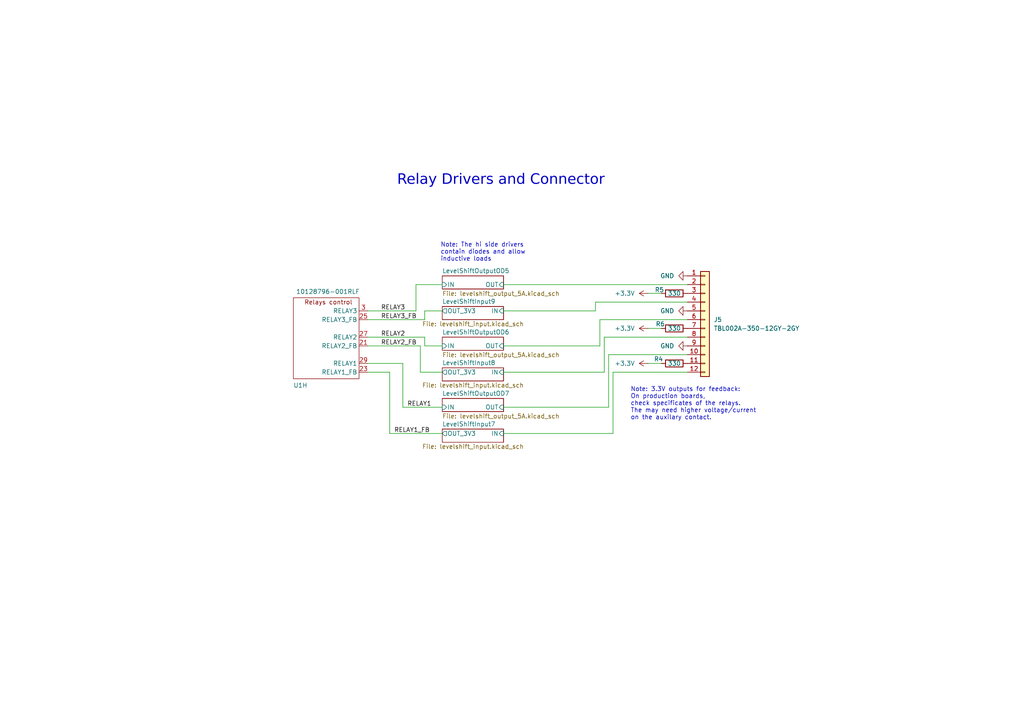
<source format=kicad_sch>
(kicad_sch (version 20250114) (generator "eeschema") (generator_version "9.0")
  (paper "A4")
  (title_block (title "ChargeBridge Eval Board") (date "2025-07-15") (rev "1.1") (company "Pionix GmbH") (comment 1 "Cornelius Claussen / Jonas Rockstroh") (comment 2 "License: CERN-OHL-P"))
  (lib_symbols
    (symbol "cb-eval-lib:Conn_01x12" (pin_names (offset 1.016) (hide yes))
      (property "Reference" "J" (at 0 15.24 0))
      (property "Value" "Conn_01x12" (at 0 -17.78 0))
      (symbol "Conn_01x12_1_1"
        (rectangle (start -1.27 13.97) (end 1.27 -16.51) (stroke (width 0.254)) (fill (type background)))
        (rectangle (start -1.27 12.827) (end 0 12.573) (stroke (width 0.1524)))
        (rectangle (start -1.27 10.287) (end 0 10.033) (stroke (width 0.1524)))
        (rectangle (start -1.27 7.747) (end 0 7.493) (stroke (width 0.1524)))
        (rectangle (start -1.27 5.207) (end 0 4.953) (stroke (width 0.1524)))
        (rectangle (start -1.27 2.667) (end 0 2.413) (stroke (width 0.1524)))
        (rectangle (start -1.27 0.127) (end 0 -0.127) (stroke (width 0.1524)))
        (rectangle (start -1.27 -2.413) (end 0 -2.667) (stroke (width 0.1524)))
        (rectangle (start -1.27 -4.953) (end 0 -5.207) (stroke (width 0.1524)))
        (rectangle (start -1.27 -7.493) (end 0 -7.747) (stroke (width 0.1524)))
        (rectangle (start -1.27 -10.033) (end 0 -10.287) (stroke (width 0.1524)))
        (rectangle (start -1.27 -12.573) (end 0 -12.827) (stroke (width 0.1524)))
        (rectangle (start -1.27 -15.113) (end 0 -15.367) (stroke (width 0.1524)))
        (pin passive line (at -5.08 12.7 0) (length 3.81) (name "Pin_1") (number "1"))
        (pin passive line (at -5.08 10.16 0) (length 3.81) (name "Pin_2") (number "2"))
        (pin passive line (at -5.08 7.62 0) (length 3.81) (name "Pin_3") (number "3"))
        (pin passive line (at -5.08 5.08 0) (length 3.81) (name "Pin_4") (number "4"))
        (pin passive line (at -5.08 2.54 0) (length 3.81) (name "Pin_5") (number "5"))
        (pin passive line (at -5.08 0 0) (length 3.81) (name "Pin_6") (number "6"))
        (pin passive line (at -5.08 -2.54 0) (length 3.81) (name "Pin_7") (number "7"))
        (pin passive line (at -5.08 -5.08 0) (length 3.81) (name "Pin_8") (number "8"))
        (pin passive line (at -5.08 -7.62 0) (length 3.81) (name "Pin_9") (number "9"))
        (pin passive line (at -5.08 -10.16 0) (length 3.81) (name "Pin_10") (number "10"))
        (pin passive line (at -5.08 -12.7 0) (length 3.81) (name "Pin_11") (number "11"))
        (pin passive line (at -5.08 -15.24 0) (length 3.81) (name "Pin_12") (number "12"))
      )
    )
    (symbol "cb-eval-lib:Pionix-SOM"
      (property "Reference" "U" (at -6.858 -14.732 0))
      (symbol "Pionix-SOM_1_1"
        (rectangle (start -10.16 10.795) (end 7.62 -10.16))
        (text "Charging Cable" (at -2.032 8.89 0) (effects (font (size 1.27 1.27))))
        (pin passive line (at 10.16 6.35 180) (length 2.54) (name "CONNECTOR.PIN0") (number "74"))
        (pin passive line (at 10.16 3.81 180) (length 2.54) (name "CONNECTOR.PIN1") (number "72"))
        (pin passive line (at 10.16 1.27 180) (length 2.54) (name "CONNECTOR.PIN2") (number "70"))
        (pin passive line (at 10.16 -1.27 180) (length 2.54) (name "CONNECTOR.PIN3") (number "68"))
        (pin passive line (at 10.16 -3.81 180) (length 2.54) (name "CONNECTOR.PIN4") (number "66"))
        (pin passive line (at 10.16 -6.35 180) (length 2.54) (name "CONNECTOR.PIN5") (number "62"))
        (pin passive line (at 10.16 -8.89 180) (length 2.54) (name "CONNECTOR.RSVD") (number "60"))
      )
      (symbol "Pionix-SOM_2_1"
        (rectangle (start -10.16 7.62) (end 13.97 -6.35))
        (pin power_in line (at -7.62 -8.89 90) (length 2.54) (name "GND") (number "6"))
        (pin power_in line (at -5.08 10.16 270) (length 2.54) (name "VDD3v3") (number "11"))
        (pin power_in line (at -5.08 -8.89 90) (length 2.54) (name "GND") (number "24"))
        (pin power_in line (at -2.54 10.16 270) (length 2.54) (name "VDD3v3") (number "40"))
        (pin power_in line (at -2.54 -8.89 90) (length 2.54) (name "GND") (number "34"))
        (pin power_in line (at 0 10.16 270) (length 2.54) (name "VDD3v3") (number "46"))
        (pin power_in line (at 0 -8.89 90) (length 2.54) (name "GND") (number "50"))
        (pin power_in line (at 2.54 10.16 270) (length 2.54) (name "VDD3v3") (number "48"))
        (pin power_in line (at 2.54 -8.89 90) (length 2.54) (name "GND") (number "52"))
        (pin power_in line (at 5.08 10.16 270) (length 2.54) (name "VDD3v3") (number "61"))
        (pin power_in line (at 5.08 -8.89 90) (length 2.54) (name "GND") (number "64"))
        (pin power_in line (at 7.62 -8.89 90) (length 2.54) (name "GND") (number "75"))
        (pin passive line (at 10.16 -10.16 90) (length 3.81) (name "SH1") (number "SH1"))
        (pin passive line (at 12.7 -10.16 90) (length 3.81) (name "SH2") (number "SH2"))
      )
      (symbol "Pionix-SOM_3_1"
        (rectangle (start 6.35 11.43) (end -6.35 -11.43))
        (pin bidirectional line (at 8.89 10.16 180) (length 2.54) (name "USER_GPIO0") (number "59"))
        (pin bidirectional line (at 8.89 7.62 180) (length 2.54) (name "USER_GPIO1") (number "57"))
        (pin bidirectional line (at 8.89 5.08 180) (length 2.54) (name "USER_GPIO2") (number "55"))
        (pin bidirectional line (at 8.89 2.54 180) (length 2.54) (name "USER_GPIO3") (number "53"))
        (pin bidirectional line (at 8.89 0 180) (length 2.54) (name "USER_GPIO4") (number "49"))
        (pin bidirectional line (at 8.89 -2.54 180) (length 2.54) (name "USER_GPIO5") (number "51"))
        (pin bidirectional line (at 8.89 -5.08 180) (length 2.54) (name "USER_GPIO6") (number "58"))
        (pin bidirectional line (at 8.89 -7.62 180) (length 2.54) (name "USER_GPIO7") (number "56"))
        (pin bidirectional line (at 8.89 -10.16 180) (length 2.54) (name "USER_GPIO8") (number "54"))
      )
      (symbol "Pionix-SOM_4_1"
        (rectangle (start -6.35 8.89) (end 6.35 -9.525))
        (text "ADC" (at -3.556 7.366 0) (effects (font (size 1.27 1.27))))
        (pin input line (at 8.89 3.81 180) (length 2.54) (name "EXT_ADC0_P") (number "67"))
        (pin input line (at 8.89 1.27 180) (length 2.54) (name "EXT_ADC0_N") (number "69"))
        (pin input line (at 8.89 -2.54 180) (length 2.54) (name "EXT_ADC1") (number "71"))
        (pin input line (at 8.89 -5.08 180) (length 2.54) (name "EXT_ADC2") (number "44"))
        (pin input line (at 8.89 -7.62 180) (length 2.54) (name "EXT_ADC3") (number "73"))
      )
      (symbol "Pionix-SOM_5_1"
        (rectangle (start -10.795 8.89) (end 7.62 -8.255))
        (pin input line (at 10.16 7.62 180) (length 2.54) (name "RESET") (number "42"))
        (pin passive line (at 10.16 5.08 180) (length 2.54) (name "RESERVED/SWCLK") (number "1"))
        (pin passive line (at 10.16 2.54 180) (length 2.54) (name "RESERVED/SWDIO") (number "5"))
        (pin output line (at 10.16 0 180) (length 2.54) (name "UART2_TX") (number "63"))
        (pin input line (at 10.16 -2.54 180) (length 2.54) (name "UART2_RX") (number "65"))
        (pin input line (at 10.16 -6.35 180) (length 2.54) (name "SECURE_MODULE") (number "30"))
      )
      (symbol "Pionix-SOM_6_1"
        (rectangle (start -10.16 13.97) (end 6.35 -14.605))
        (text "Host interface" (at -1.27 12.446 0) (effects (font (size 1.27 1.27))))
        (pin passive line (at 8.89 9.525 180) (length 2.54) (name "USB.D+") (number "7"))
        (pin passive line (at 8.89 6.985 180) (length 2.54) (name "USB.D-") (number "9"))
        (pin passive line (at 8.89 1.905 180) (length 2.54) (name "ETH.RXP") (number "28"))
        (pin passive line (at 8.89 -0.635 180) (length 2.54) (name "ETH.RXN") (number "26"))
        (pin passive line (at 8.89 -4.445 180) (length 2.54) (name "ETH.TXP") (number "22"))
        (pin passive line (at 8.89 -6.985 180) (length 2.54) (name "ETH.TXN") (number "20"))
        (pin output line (at 8.89 -10.795 180) (length 2.54) (name "ETH.LED1") (number "32"))
      )
      (symbol "Pionix-SOM_7_1"
        (rectangle (start -11.43 19.05) (end 10.16 -14.605))
        (text "Downstream Comms" (at -0.508 17.526 0) (effects (font (size 1.27 1.27))))
        (pin bidirectional line (at 12.7 13.97 180) (length 2.54) (name "I3C.SDA") (number "8"))
        (pin output line (at 12.7 11.43 180) (length 2.54) (name "I3C.SCL") (number "10"))
        (pin input line (at 12.7 7.62 180) (length 2.54) (name "RS585_2_RX") (number "33"))
        (pin output line (at 12.7 5.08 180) (length 2.54) (name "RS585_2_TX") (number "31"))
        (pin output line (at 12.7 2.54 180) (length 2.54) (name "RS485_2_TXEN") (number "45"))
        (pin bidirectional line (at 12.7 -2.54 180) (length 2.54) (name "CAN.HI") (number "4"))
        (pin bidirectional line (at 12.7 -5.08 180) (length 2.54) (name "CAN.LO") (number "2"))
        (pin bidirectional line (at 12.7 -10.16 180) (length 2.54) (name "RS485.A") (number "36"))
        (pin bidirectional line (at 12.7 -12.7 180) (length 2.54) (name "RS485.B") (number "38"))
      )
      (symbol "Pionix-SOM_8_1"
        (rectangle (start -10.16 12.7) (end 8.89 -10.795))
        (text "Relays control" (at 0 11.43 0) (effects (font (size 1.27 1.27))))
        (pin output line (at 11.43 8.89 180) (length 2.54) (name "RELAY3") (number "3"))
        (pin input line (at 11.43 6.35 180) (length 2.54) (name "RELAY3_FB") (number "25"))
        (pin output line (at 11.43 1.27 180) (length 2.54) (name "RELAY2") (number "27"))
        (pin input line (at 11.43 -1.27 180) (length 2.54) (name "RELAY2_FB") (number "21"))
        (pin output line (at 11.43 -6.35 180) (length 2.54) (name "RELAY1") (number "29"))
        (pin input line (at 11.43 -8.89 180) (length 2.54) (name "RELAY1_FB") (number "23"))
      )
      (symbol "Pionix-SOM_9_1"
        (rectangle (start 10.16 11.43) (end -12.7 -8.89))
        (text "USER INTERFACE" (at 1.27 10.16 0) (effects (font (size 1.27 1.27))))
        (pin input line (at 12.7 7.62 180) (length 2.54) (name "STOP_CHARGING") (number "47"))
        (pin input line (at 12.7 5.08 180) (length 2.54) (name "EMERGENCY_SHDN_IN") (number "43"))
        (pin output line (at 12.7 2.54 180) (length 2.54) (name "EMERGENCY_SHDN_OUT") (number "41"))
        (pin output line (at 12.7 -2.54 180) (length 2.54) (name "LED.R") (number "39"))
        (pin output line (at 12.7 -5.08 180) (length 2.54) (name "LED.G") (number "37"))
        (pin output line (at 12.7 -7.62 180) (length 2.54) (name "LED.B") (number "35"))
      )
    )
    (symbol "cb-eval-lib:R" (pin_numbers (hide yes)) (pin_names (offset 0))
      (property "Reference" "R" (at 2.032 0 90))
      (property "Value" "R" (at 0 0 90))
      (symbol "R_0_1"
        (rectangle (start -1.016 -2.54) (end 1.016 2.54) (stroke (width 0.254)))
      )
      (symbol "R_1_1"
        (pin passive line (at 0 3.81 270) (length 1.27) (name "~") (number "1"))
        (pin passive line (at 0 -3.81 90) (length 1.27) (name "~") (number "2"))
      )
    )
    (symbol "power:+3.3V" (power) (pin_numbers (hide yes)) (pin_names (offset 0) (hide yes))
      (property "Value" "+3.3V" (at 0 3.556 0))
      (symbol "+3.3V_0_1"
        (polyline (pts (xy -0.762 1.27) (xy 0 2.54)))
        (polyline (pts (xy 0 2.54) (xy 0.762 1.27)))
        (polyline (pts (xy 0 0) (xy 0 2.54)))
      )
      (symbol "+3.3V_1_1"
        (pin power_in line (at 0 0 90) (length 0) (name "~") (number "1"))
      )
    )
    (symbol "power:GND" (power) (pin_numbers (hide yes)) (pin_names (offset 0) (hide yes))
      (property "Value" "GND" (at 0 -3.81 0))
      (symbol "GND_0_1"
        (polyline (pts (xy 0 0) (xy 0 -1.27) (xy 1.27 -1.27) (xy 0 -2.54) (xy -1.27 -1.27) (xy 0 -1.27)))
      )
      (symbol "GND_1_1"
        (pin power_in line (at 0 0 270) (length 0) (name "~") (number "1"))
      )
    )
  )
  (text "Relay Drivers and Connector" (at 145.288 53.086 0) (effects (font (size 3 3) (thickness 0.375))))
  (text "Note: 3.3V outputs for feedback:\nOn production boards,\ncheck specificates of the relays.\nThe may need higher voltage/current\non the auxilary contact." (at 182.88 117.094 0) (effects (font (size 1.27 1.27)) (justify left)))
  (text "Note: The hi side drivers\ncontain diodes and allow\ninductive loads" (at 127.762 73.152 0) (effects (font (size 1.27 1.27)) (justify left)))
  (wire (pts (xy 146.05 125.73) (xy 177.8 125.73)))
  (wire (pts (xy 123.19 97.79) (xy 123.19 100.33)))
  (wire (pts (xy 173.99 92.71) (xy 199.39 92.71)))
  (wire (pts (xy 187.96 105.41) (xy 191.77 105.41)))
  (wire (pts (xy 106.68 107.95) (xy 113.03 107.95)))
  (wire (pts (xy 120.65 82.55) (xy 128.27 82.55)))
  (wire (pts (xy 177.8 107.95) (xy 199.39 107.95)))
  (wire (pts (xy 106.68 92.71) (xy 123.19 92.71)))
  (wire (pts (xy 175.26 97.79) (xy 199.39 97.79)))
  (wire (pts (xy 177.8 125.73) (xy 177.8 107.95)))
  (wire (pts (xy 113.03 125.73) (xy 128.27 125.73)))
  (wire (pts (xy 106.68 90.17) (xy 120.65 90.17)))
  (wire (pts (xy 106.68 105.41) (xy 116.84 105.41)))
  (wire (pts (xy 123.19 90.17) (xy 128.27 90.17)))
  (wire (pts (xy 116.84 118.11) (xy 128.27 118.11)))
  (wire (pts (xy 187.96 95.25) (xy 191.77 95.25)))
  (wire (pts (xy 146.05 118.11) (xy 176.53 118.11)))
  (wire (pts (xy 121.92 107.95) (xy 128.27 107.95)))
  (wire (pts (xy 123.19 100.33) (xy 128.27 100.33)))
  (wire (pts (xy 106.68 100.33) (xy 121.92 100.33)))
  (wire (pts (xy 120.65 90.17) (xy 120.65 82.55)))
  (wire (pts (xy 176.53 118.11) (xy 176.53 102.87)))
  (wire (pts (xy 106.68 97.79) (xy 123.19 97.79)))
  (wire (pts (xy 146.05 90.17) (xy 172.72 90.17)))
  (wire (pts (xy 116.84 105.41) (xy 116.84 118.11)))
  (wire (pts (xy 146.05 82.55) (xy 199.39 82.55)))
  (wire (pts (xy 146.05 107.95) (xy 175.26 107.95)))
  (wire (pts (xy 176.53 102.87) (xy 199.39 102.87)))
  (wire (pts (xy 113.03 107.95) (xy 113.03 125.73)))
  (wire (pts (xy 173.99 92.71) (xy 173.99 100.33)))
  (wire (pts (xy 123.19 92.71) (xy 123.19 90.17)))
  (wire (pts (xy 146.05 100.33) (xy 173.99 100.33)))
  (wire (pts (xy 121.92 100.33) (xy 121.92 107.95)))
  (wire (pts (xy 199.39 87.63) (xy 172.72 87.63)))
  (wire (pts (xy 172.72 87.63) (xy 172.72 90.17)))
  (wire (pts (xy 175.26 107.95) (xy 175.26 97.79)))
  (wire (pts (xy 187.96 85.09) (xy 191.77 85.09)))
  (label "RELAY1" (at 118.11 118.11 0))
  (label "RELAY1_FB" (at 114.3 125.73 0))
  (label "RELAY2_FB" (at 110.49 100.33 0))
  (label "RELAY3_FB" (at 110.49 92.71 0))
  (label "RELAY3" (at 110.49 90.17 0))
  (label "RELAY2" (at 110.49 97.79 0))
  (symbol (lib_id "cb-eval-lib:Conn_01x12") (at 204.47 92.71 0) (unit 1)
    (property "Reference" "J5" (at 207.01 92.7099 0) (effects (justify left)))
    (property "Value" "TBL002A-350-12GY-2GY" (at 207.01 95.2499 0) (effects (justify left)))
    (property "Footprint" "cb-eval-lib:CUI_TBL002A-350-12GY-2GY" (effects (hide yes)))
    (property "Description" "Generic connector, single row, 01x12, script generated (kicad-library-utils/schlib/autogen/connector/)" (effects (hide yes)))
    (property "MPN" "TBL002A-350-12GY-2GY" (effects (hide yes)))
    (property "Manufacturer" "Same Sky (Formerly CUI Devices)" (effects (hide yes)))
    (property "Digikey" "102-6375-ND" (effects (hide yes)))
  )
  (symbol (lib_id "power:+3.3V") (at 187.96 105.41 90) (unit 1)
    (property "Reference" "#PWR05" (effects (hide yes)))
    (property "Value" "+3.3V" (at 184.15 105.4099 90) (effects (justify left)))
    (property "Description" "Power symbol creates a global label with name \"+3.3V\"" (effects (hide yes)))
  )
  (symbol (lib_id "cb-eval-lib:R") (at 195.58 105.41 90) (unit 1)
    (property "Reference" "R4" (at 191.008 104.14 90))
    (property "Value" "330" (at 195.58 105.41 90))
    (property "Footprint" "Resistor_SMD:R_0603_1608Metric" (effects (hide yes)))
    (property "Description" "Resistor" (effects (hide yes)))
    (property "Digikey" "RMCF0603FT330RCT-ND" (effects (hide yes)))
    (property "MPN" "RMCF0603FT330R" (effects (hide yes)))
    (property "Manufacturer" "Stackpole Electronics Inc" (effects (hide yes)))
  )
  (symbol (lib_id "power:GND") (at 199.39 100.33 270) (unit 1)
    (property "Reference" "#PWR09" (effects (hide yes)))
    (property "Value" "GND" (at 195.58 100.3299 90) (effects (justify right)))
    (property "Description" "Power symbol creates a global label with name \"GND\" , ground" (effects (hide yes)))
  )
  (symbol (lib_id "power:+3.3V") (at 187.96 95.25 90) (unit 1)
    (property "Reference" "#PWR07" (effects (hide yes)))
    (property "Value" "+3.3V" (at 184.15 95.2499 90) (effects (justify left)))
    (property "Description" "Power symbol creates a global label with name \"+3.3V\"" (effects (hide yes)))
  )
  (symbol (lib_id "cb-eval-lib:Pionix-SOM") (at 95.25 99.06 0) (unit 8)
    (property "Reference" "U1" (at 85.09 111.76 0) (effects (justify left)))
    (property "Value" "10128796-001RLF" (at 85.852 84.582 0) (effects (justify left)))
    (property "Footprint" "cb-eval-lib:AMPHENOL_10128796-001RLF_ChargeBridge_Wurth_standoff" (effects (hide yes)))
    (property "Description" "Pionix Charging SOM" (effects (hide yes)))
    (property "MPN" "10128796-001RLF" (effects (hide yes)))
    (property "Manufacturer" "Amphenol ICC (FCI)" (effects (hide yes)))
  )
  (symbol (lib_id "cb-eval-lib:R") (at 195.58 95.25 90) (unit 1)
    (property "Reference" "R6" (at 191.516 93.98 90))
    (property "Value" "330" (at 195.58 95.25 90))
    (property "Footprint" "Resistor_SMD:R_0603_1608Metric" (effects (hide yes)))
    (property "Description" "Resistor" (effects (hide yes)))
    (property "Digikey" "RMCF0603FT330RCT-ND" (effects (hide yes)))
    (property "MPN" "RMCF0603FT330R" (effects (hide yes)))
    (property "Manufacturer" "Stackpole Electronics Inc" (effects (hide yes)))
  )
  (symbol (lib_id "power:+3.3V") (at 187.96 85.09 90) (unit 1)
    (property "Reference" "#PWR06" (effects (hide yes)))
    (property "Value" "+3.3V" (at 184.15 85.0899 90) (effects (justify left)))
    (property "Description" "Power symbol creates a global label with name \"+3.3V\"" (effects (hide yes)))
  )
  (symbol (lib_id "power:GND") (at 199.39 90.17 270) (unit 1)
    (property "Reference" "#PWR08" (effects (hide yes)))
    (property "Value" "GND" (at 195.58 90.1699 90) (effects (justify right)))
    (property "Description" "Power symbol creates a global label with name \"GND\" , ground" (effects (hide yes)))
  )
  (symbol (lib_id "power:GND") (at 199.39 80.01 270) (unit 1)
    (property "Reference" "#PWR04" (effects (hide yes)))
    (property "Value" "GND" (at 195.58 80.0099 90) (effects (justify right)))
    (property "Description" "Power symbol creates a global label with name \"GND\" , ground" (effects (hide yes)))
  )
  (symbol (lib_id "cb-eval-lib:R") (at 195.58 85.09 90) (unit 1)
    (property "Reference" "R5" (at 191.262 84.074 90))
    (property "Value" "330" (at 195.58 85.09 90))
    (property "Footprint" "Resistor_SMD:R_0603_1608Metric" (effects (hide yes)))
    (property "Description" "Resistor" (effects (hide yes)))
    (property "Digikey" "RMCF0603FT330RCT-ND" (effects (hide yes)))
    (property "MPN" "RMCF0603FT330R" (effects (hide yes)))
    (property "Manufacturer" "Stackpole Electronics Inc" (effects (hide yes)))
  )
  (sheet (at 128.27 97.79) (size 17.78 3.81) (stroke (width 0.1524))
    (property "Sheetname" "LevelShiftOutputOD6" (at 128.27 97.0784 0) (effects (justify left bottom)))
    (property "Sheetfile" "levelshift_output_5A.kicad_sch" (at 128.27 102.1846 0) (effects (justify left top)))
    (pin "IN" input (at 128.27 100.33 180))
    (pin "OUT" input (at 146.05 100.33 0))
  )
  (sheet (at 128.27 80.01) (size 17.78 3.81) (stroke (width 0.1524))
    (property "Sheetname" "LevelShiftOutputOD5" (at 128.27 79.2984 0) (effects (justify left bottom)))
    (property "Sheetfile" "levelshift_output_5A.kicad_sch" (at 128.27 84.4046 0) (effects (justify left top)))
    (pin "IN" input (at 128.27 82.55 180))
    (pin "OUT" input (at 146.05 82.55 0))
  )
  (sheet (at 128.27 88.9) (size 17.78 3.81) (stroke (width 0.1524))
    (property "Sheetname" "LevelShiftInput9" (at 128.27 88.1884 0) (effects (justify left bottom)))
    (property "Sheetfile" "levelshift_input.kicad_sch" (at 122.428 93.218 0) (effects (justify left top)))
    (pin "OUT_3V3" output (at 128.27 90.17 180))
    (pin "IN" input (at 146.05 90.17 0))
  )
  (sheet (at 128.27 106.68) (size 17.78 3.81) (stroke (width 0.1524))
    (property "Sheetname" "LevelShiftInput8" (at 128.27 105.9684 0) (effects (justify left bottom)))
    (property "Sheetfile" "levelshift_input.kicad_sch" (at 122.428 110.998 0) (effects (justify left top)))
    (pin "OUT_3V3" output (at 128.27 107.95 180))
    (pin "IN" input (at 146.05 107.95 0))
  )
  (sheet (at 128.27 115.57) (size 17.78 3.81) (stroke (width 0.1524))
    (property "Sheetname" "LevelShiftOutputOD7" (at 128.27 114.8584 0) (effects (justify left bottom)))
    (property "Sheetfile" "levelshift_output_5A.kicad_sch" (at 128.27 119.9646 0) (effects (justify left top)))
    (pin "IN" input (at 128.27 118.11 180))
    (pin "OUT" input (at 146.05 118.11 0))
  )
  (sheet (at 128.27 124.46) (size 17.78 3.81) (stroke (width 0.1524))
    (property "Sheetname" "LevelShiftInput7" (at 128.27 123.7484 0) (effects (justify left bottom)))
    (property "Sheetfile" "levelshift_input.kicad_sch" (at 122.428 128.778 0) (effects (justify left top)))
    (pin "OUT_3V3" output (at 128.27 125.73 180))
    (pin "IN" input (at 146.05 125.73 0))
  )
)
</source>
